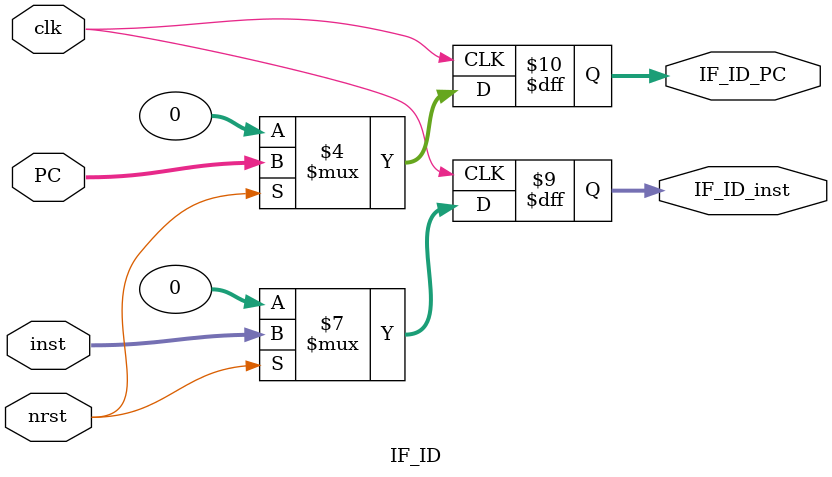
<source format=v>
`timescale 1ns / 1ps


module IF_ID(
    input clk,
    input nrst,
    input [31:0] inst,
    input [31:0] PC,
    output reg  [31:0] IF_ID_inst,
    output reg  [31:0] IF_ID_PC
    );

    always@(posedge clk)begin
        if(!nrst)begin
            IF_ID_inst  <= 32'b0;
            IF_ID_PC    <= 32'b0;
        end else begin
            IF_ID_inst  <= inst;
            IF_ID_PC    <= PC; 
        end
    end
    
endmodule

</source>
